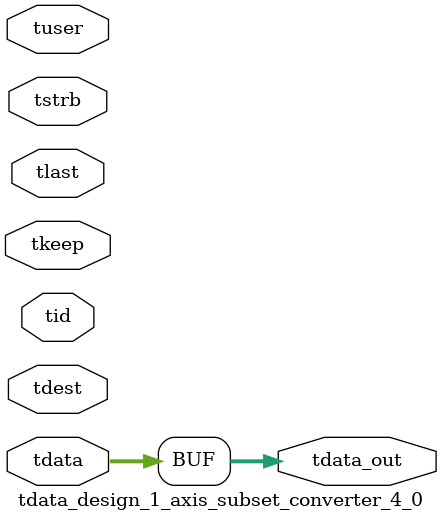
<source format=v>


`timescale 1ps/1ps

module tdata_design_1_axis_subset_converter_4_0 #
(
parameter C_S_AXIS_TDATA_WIDTH = 32,
parameter C_S_AXIS_TUSER_WIDTH = 0,
parameter C_S_AXIS_TID_WIDTH   = 0,
parameter C_S_AXIS_TDEST_WIDTH = 0,
parameter C_M_AXIS_TDATA_WIDTH = 32
)
(
input  [(C_S_AXIS_TDATA_WIDTH == 0 ? 1 : C_S_AXIS_TDATA_WIDTH)-1:0     ] tdata,
input  [(C_S_AXIS_TUSER_WIDTH == 0 ? 1 : C_S_AXIS_TUSER_WIDTH)-1:0     ] tuser,
input  [(C_S_AXIS_TID_WIDTH   == 0 ? 1 : C_S_AXIS_TID_WIDTH)-1:0       ] tid,
input  [(C_S_AXIS_TDEST_WIDTH == 0 ? 1 : C_S_AXIS_TDEST_WIDTH)-1:0     ] tdest,
input  [(C_S_AXIS_TDATA_WIDTH/8)-1:0 ] tkeep,
input  [(C_S_AXIS_TDATA_WIDTH/8)-1:0 ] tstrb,
input                                                                    tlast,
output [C_M_AXIS_TDATA_WIDTH-1:0] tdata_out
);

assign tdata_out = {32'b00000000000000000000000000000000,tdata[31:0]};

endmodule


</source>
